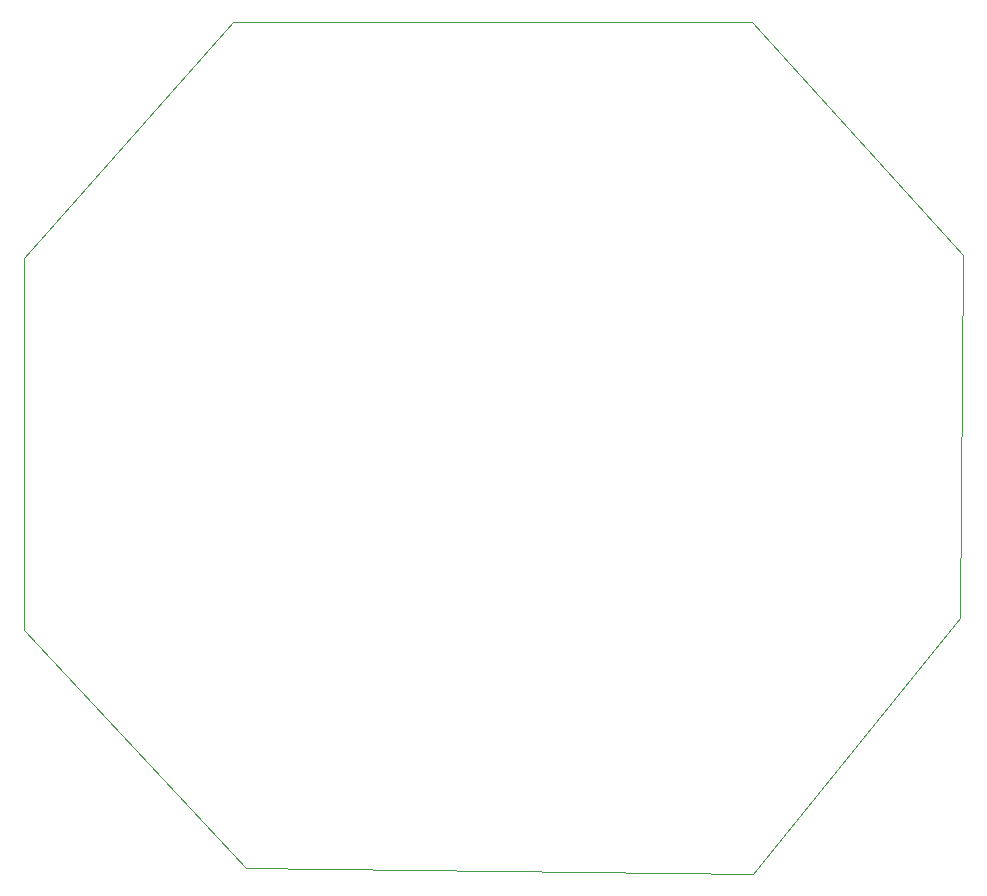
<source format=gbr>
%TF.GenerationSoftware,KiCad,Pcbnew,7.0.1*%
%TF.CreationDate,2023-06-01T15:09:58+00:00*%
%TF.ProjectId,Output,4f757470-7574-42e6-9b69-6361645f7063,rev?*%
%TF.SameCoordinates,Original*%
%TF.FileFunction,Profile,NP*%
%FSLAX46Y46*%
G04 Gerber Fmt 4.6, Leading zero omitted, Abs format (unit mm)*
G04 Created by KiCad (PCBNEW 7.0.1) date 2023-06-01 15:09:58*
%MOMM*%
%LPD*%
G01*
G04 APERTURE LIST*
%TA.AperFunction,Profile*%
%ADD10C,0.100000*%
%TD*%
G04 APERTURE END LIST*
D10*
X79502000Y54102000D02*
X79248000Y23368000D01*
X61722000Y1651000D01*
X18796000Y2159000D01*
X0Y22352000D01*
X0Y53848000D01*
X17653000Y73787000D01*
X61595000Y73787000D01*
X79502000Y54102000D01*
M02*

</source>
